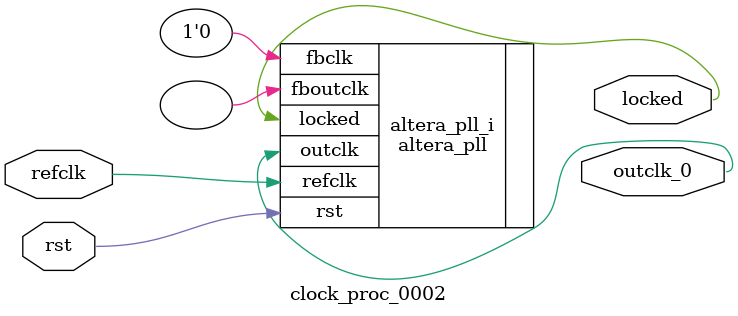
<source format=v>
`timescale 1ns/10ps
module  clock_proc_0002(

	// interface 'refclk'
	input wire refclk,

	// interface 'reset'
	input wire rst,

	// interface 'outclk0'
	output wire outclk_0,

	// interface 'locked'
	output wire locked
);

	altera_pll #(
		.fractional_vco_multiplier("false"),
		.reference_clock_frequency("50.0 MHz"),
		.operation_mode("direct"),
		.number_of_clocks(1),
		.output_clock_frequency0("10.000000 MHz"),
		.phase_shift0("0 ps"),
		.duty_cycle0(50),
		.output_clock_frequency1("0 MHz"),
		.phase_shift1("0 ps"),
		.duty_cycle1(50),
		.output_clock_frequency2("0 MHz"),
		.phase_shift2("0 ps"),
		.duty_cycle2(50),
		.output_clock_frequency3("0 MHz"),
		.phase_shift3("0 ps"),
		.duty_cycle3(50),
		.output_clock_frequency4("0 MHz"),
		.phase_shift4("0 ps"),
		.duty_cycle4(50),
		.output_clock_frequency5("0 MHz"),
		.phase_shift5("0 ps"),
		.duty_cycle5(50),
		.output_clock_frequency6("0 MHz"),
		.phase_shift6("0 ps"),
		.duty_cycle6(50),
		.output_clock_frequency7("0 MHz"),
		.phase_shift7("0 ps"),
		.duty_cycle7(50),
		.output_clock_frequency8("0 MHz"),
		.phase_shift8("0 ps"),
		.duty_cycle8(50),
		.output_clock_frequency9("0 MHz"),
		.phase_shift9("0 ps"),
		.duty_cycle9(50),
		.output_clock_frequency10("0 MHz"),
		.phase_shift10("0 ps"),
		.duty_cycle10(50),
		.output_clock_frequency11("0 MHz"),
		.phase_shift11("0 ps"),
		.duty_cycle11(50),
		.output_clock_frequency12("0 MHz"),
		.phase_shift12("0 ps"),
		.duty_cycle12(50),
		.output_clock_frequency13("0 MHz"),
		.phase_shift13("0 ps"),
		.duty_cycle13(50),
		.output_clock_frequency14("0 MHz"),
		.phase_shift14("0 ps"),
		.duty_cycle14(50),
		.output_clock_frequency15("0 MHz"),
		.phase_shift15("0 ps"),
		.duty_cycle15(50),
		.output_clock_frequency16("0 MHz"),
		.phase_shift16("0 ps"),
		.duty_cycle16(50),
		.output_clock_frequency17("0 MHz"),
		.phase_shift17("0 ps"),
		.duty_cycle17(50),
		.pll_type("General"),
		.pll_subtype("General")
	) altera_pll_i (
		.rst	(rst),
		.outclk	({outclk_0}),
		.locked	(locked),
		.fboutclk	( ),
		.fbclk	(1'b0),
		.refclk	(refclk)
	);
endmodule


</source>
